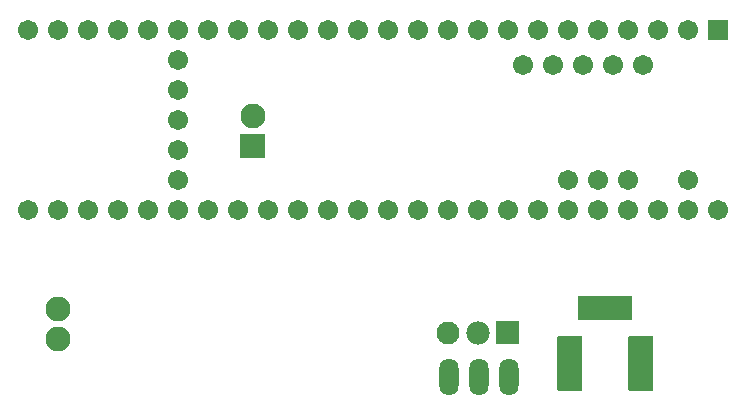
<source format=gbr>
G04 #@! TF.GenerationSoftware,KiCad,Pcbnew,(5.1.8-0-10_14)*
G04 #@! TF.CreationDate,2020-11-22T12:20:28+11:00*
G04 #@! TF.ProjectId,Phenobottle v18,5068656e-6f62-46f7-9474-6c6520763138,rev?*
G04 #@! TF.SameCoordinates,Original*
G04 #@! TF.FileFunction,Soldermask,Bot*
G04 #@! TF.FilePolarity,Negative*
%FSLAX46Y46*%
G04 Gerber Fmt 4.6, Leading zero omitted, Abs format (unit mm)*
G04 Created by KiCad (PCBNEW (5.1.8-0-10_14)) date 2020-11-22 12:20:28*
%MOMM*%
%LPD*%
G01*
G04 APERTURE LIST*
%ADD10C,1.702000*%
%ADD11O,1.626000X3.150000*%
%ADD12C,1.952000*%
%ADD13C,1.982000*%
%ADD14C,2.102000*%
%ADD15C,2.122000*%
G04 APERTURE END LIST*
D10*
X131470000Y-77780000D03*
X128930000Y-77780000D03*
X126390000Y-77780000D03*
X123850000Y-77780000D03*
X134010000Y-77780000D03*
X136550000Y-77780000D03*
X139090000Y-77780000D03*
X121310000Y-77780000D03*
X118770000Y-77780000D03*
X116230000Y-77780000D03*
X113690000Y-77780000D03*
X126390000Y-80320000D03*
X126390000Y-82860000D03*
X126390000Y-85400000D03*
X126390000Y-87940000D03*
X126390000Y-90480000D03*
X113690000Y-93020000D03*
X116230000Y-93020000D03*
X118770000Y-93020000D03*
X121310000Y-93020000D03*
X123850000Y-93020000D03*
X126390000Y-93020000D03*
X128930000Y-93020000D03*
X131470000Y-93020000D03*
X141630000Y-77780000D03*
X144170000Y-77780000D03*
X146710000Y-77780000D03*
X149250000Y-77780000D03*
X151790000Y-77780000D03*
X154330000Y-77780000D03*
X156870000Y-77780000D03*
X159410000Y-77780000D03*
X161950000Y-77780000D03*
X164490000Y-77780000D03*
X167030000Y-77780000D03*
X169570000Y-77780000D03*
G36*
G01*
X172961000Y-76980000D02*
X172961000Y-78580000D01*
G75*
G02*
X172910000Y-78631000I-51000J0D01*
G01*
X171310000Y-78631000D01*
G75*
G02*
X171259000Y-78580000I0J51000D01*
G01*
X171259000Y-76980000D01*
G75*
G02*
X171310000Y-76929000I51000J0D01*
G01*
X172910000Y-76929000D01*
G75*
G02*
X172961000Y-76980000I0J-51000D01*
G01*
G37*
X134010000Y-93020000D03*
X136550000Y-93020000D03*
X139090000Y-93020000D03*
X141630000Y-93020000D03*
X144170000Y-93020000D03*
X146710000Y-93020000D03*
X149250000Y-93020000D03*
X151790000Y-93020000D03*
X154330000Y-93020000D03*
X156870000Y-93020000D03*
X159410000Y-93020000D03*
X161950000Y-93020000D03*
X164490000Y-93020000D03*
X167030000Y-93020000D03*
X169570000Y-93020000D03*
X172110000Y-93020000D03*
X169570000Y-90480000D03*
X164490000Y-90480000D03*
X161950000Y-90480000D03*
X159410000Y-90480000D03*
X165760000Y-80780000D03*
X163220000Y-80780000D03*
X160680000Y-80780000D03*
X158140000Y-80780000D03*
X155600000Y-80780000D03*
D11*
X149352000Y-107188000D03*
X151892000Y-107188000D03*
X154432000Y-107188000D03*
D12*
X149225000Y-103429000D03*
D13*
X151765000Y-103429000D03*
G36*
G01*
X155281000Y-102504000D02*
X155281000Y-104354000D01*
G75*
G02*
X155230000Y-104405000I-51000J0D01*
G01*
X153380000Y-104405000D01*
G75*
G02*
X153329000Y-104354000I0J51000D01*
G01*
X153329000Y-102504000D01*
G75*
G02*
X153380000Y-102453000I51000J0D01*
G01*
X155230000Y-102453000D01*
G75*
G02*
X155281000Y-102504000I0J-51000D01*
G01*
G37*
D14*
X132715000Y-85090000D03*
G36*
G01*
X133715000Y-88681000D02*
X131715000Y-88681000D01*
G75*
G02*
X131664000Y-88630000I0J51000D01*
G01*
X131664000Y-86630000D01*
G75*
G02*
X131715000Y-86579000I51000J0D01*
G01*
X133715000Y-86579000D01*
G75*
G02*
X133766000Y-86630000I0J-51000D01*
G01*
X133766000Y-88630000D01*
G75*
G02*
X133715000Y-88681000I-51000J0D01*
G01*
G37*
D15*
X116205000Y-101473000D03*
X116205000Y-104013000D03*
G36*
G01*
X164560000Y-103744000D02*
X166560000Y-103744000D01*
G75*
G02*
X166611000Y-103795000I0J-51000D01*
G01*
X166611000Y-108295000D01*
G75*
G02*
X166560000Y-108346000I-51000J0D01*
G01*
X164560000Y-108346000D01*
G75*
G02*
X164509000Y-108295000I0J51000D01*
G01*
X164509000Y-103795000D01*
G75*
G02*
X164560000Y-103744000I51000J0D01*
G01*
G37*
G36*
G01*
X158560000Y-103744000D02*
X160560000Y-103744000D01*
G75*
G02*
X160611000Y-103795000I0J-51000D01*
G01*
X160611000Y-108295000D01*
G75*
G02*
X160560000Y-108346000I-51000J0D01*
G01*
X158560000Y-108346000D01*
G75*
G02*
X158509000Y-108295000I0J51000D01*
G01*
X158509000Y-103795000D01*
G75*
G02*
X158560000Y-103744000I51000J0D01*
G01*
G37*
G36*
G01*
X160310000Y-100294000D02*
X164810000Y-100294000D01*
G75*
G02*
X164861000Y-100345000I0J-51000D01*
G01*
X164861000Y-102345000D01*
G75*
G02*
X164810000Y-102396000I-51000J0D01*
G01*
X160310000Y-102396000D01*
G75*
G02*
X160259000Y-102345000I0J51000D01*
G01*
X160259000Y-100345000D01*
G75*
G02*
X160310000Y-100294000I51000J0D01*
G01*
G37*
M02*

</source>
